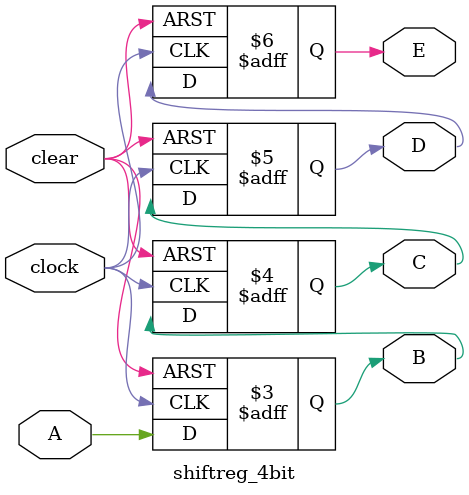
<source format=v>
module shiftreg_4bit (
    clock, clear, A, E, B, C, D
);
    input clock, clear, A;
    output reg E, B, C, D; 

    always @(posedge clock or negedge clear) begin
        if (!clear) begin
            B <= 0; C <= 0; D <= 0; E <=0;
        end
            else
                begin
                    E <= D;
                    D <= C;
                    C <= B;
                    B <= A;
                end
    end
endmodule
</source>
